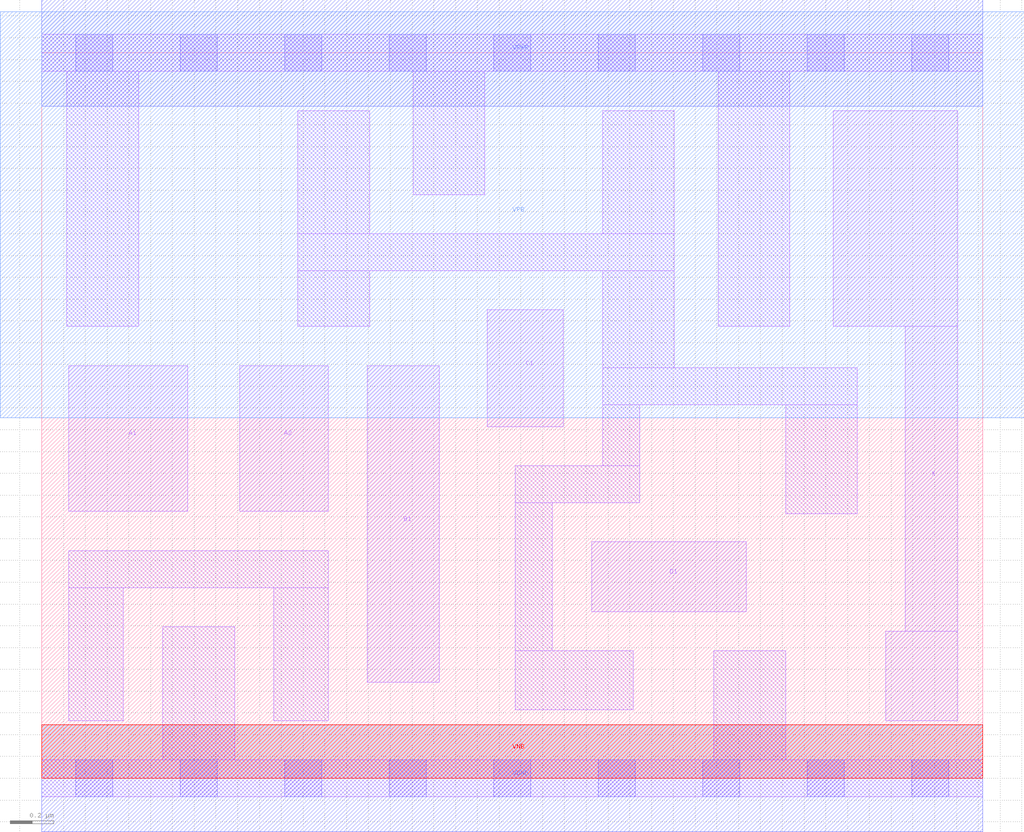
<source format=lef>
# Copyright 2020 The SkyWater PDK Authors
#
# Licensed under the Apache License, Version 2.0 (the "License");
# you may not use this file except in compliance with the License.
# You may obtain a copy of the License at
#
#     https://www.apache.org/licenses/LICENSE-2.0
#
# Unless required by applicable law or agreed to in writing, software
# distributed under the License is distributed on an "AS IS" BASIS,
# WITHOUT WARRANTIES OR CONDITIONS OF ANY KIND, either express or implied.
# See the License for the specific language governing permissions and
# limitations under the License.
#
# SPDX-License-Identifier: Apache-2.0

VERSION 5.7 ;
  NOWIREEXTENSIONATPIN ON ;
  DIVIDERCHAR "/" ;
  BUSBITCHARS "[]" ;
MACRO sky130_fd_sc_lp__o2111a_lp
  CLASS CORE ;
  FOREIGN sky130_fd_sc_lp__o2111a_lp ;
  ORIGIN  0.000000  0.000000 ;
  SIZE  4.320000 BY  3.330000 ;
  SYMMETRY X Y R90 ;
  SITE unit ;
  PIN A1
    ANTENNAGATEAREA  0.313000 ;
    DIRECTION INPUT ;
    USE SIGNAL ;
    PORT
      LAYER li1 ;
        RECT 0.125000 1.225000 0.670000 1.895000 ;
    END
  END A1
  PIN A2
    ANTENNAGATEAREA  0.313000 ;
    DIRECTION INPUT ;
    USE SIGNAL ;
    PORT
      LAYER li1 ;
        RECT 0.910000 1.225000 1.315000 1.895000 ;
    END
  END A2
  PIN B1
    ANTENNAGATEAREA  0.313000 ;
    DIRECTION INPUT ;
    USE SIGNAL ;
    PORT
      LAYER li1 ;
        RECT 1.495000 0.440000 1.825000 1.895000 ;
    END
  END B1
  PIN C1
    ANTENNAGATEAREA  0.313000 ;
    DIRECTION INPUT ;
    USE SIGNAL ;
    PORT
      LAYER li1 ;
        RECT 2.045000 1.615000 2.395000 2.150000 ;
    END
  END C1
  PIN D1
    ANTENNAGATEAREA  0.313000 ;
    DIRECTION INPUT ;
    USE SIGNAL ;
    PORT
      LAYER li1 ;
        RECT 2.525000 0.765000 3.235000 1.085000 ;
    END
  END D1
  PIN X
    ANTENNADIFFAREA  0.404700 ;
    DIRECTION OUTPUT ;
    USE SIGNAL ;
    PORT
      LAYER li1 ;
        RECT 3.635000 2.075000 4.205000 3.065000 ;
        RECT 3.875000 0.265000 4.205000 0.675000 ;
        RECT 3.965000 0.675000 4.205000 2.075000 ;
    END
  END X
  PIN VGND
    DIRECTION INOUT ;
    USE GROUND ;
    PORT
      LAYER met1 ;
        RECT 0.000000 -0.245000 4.320000 0.245000 ;
    END
  END VGND
  PIN VNB
    DIRECTION INOUT ;
    USE GROUND ;
    PORT
      LAYER pwell ;
        RECT 0.000000 0.000000 4.320000 0.245000 ;
    END
  END VNB
  PIN VPB
    DIRECTION INOUT ;
    USE POWER ;
    PORT
      LAYER nwell ;
        RECT -0.190000 1.655000 4.510000 3.520000 ;
    END
  END VPB
  PIN VPWR
    DIRECTION INOUT ;
    USE POWER ;
    PORT
      LAYER met1 ;
        RECT 0.000000 3.085000 4.320000 3.575000 ;
    END
  END VPWR
  OBS
    LAYER li1 ;
      RECT 0.000000 -0.085000 4.320000 0.085000 ;
      RECT 0.000000  3.245000 4.320000 3.415000 ;
      RECT 0.115000  2.075000 0.445000 3.245000 ;
      RECT 0.125000  0.265000 0.375000 0.875000 ;
      RECT 0.125000  0.875000 1.315000 1.045000 ;
      RECT 0.555000  0.085000 0.885000 0.695000 ;
      RECT 1.065000  0.265000 1.315000 0.875000 ;
      RECT 1.175000  2.075000 1.505000 2.330000 ;
      RECT 1.175000  2.330000 2.905000 2.500000 ;
      RECT 1.175000  2.500000 1.505000 3.065000 ;
      RECT 1.705000  2.680000 2.035000 3.245000 ;
      RECT 2.175000  0.315000 2.715000 0.585000 ;
      RECT 2.175000  0.585000 2.345000 1.265000 ;
      RECT 2.175000  1.265000 2.745000 1.435000 ;
      RECT 2.575000  1.435000 2.745000 1.715000 ;
      RECT 2.575000  1.715000 3.745000 1.885000 ;
      RECT 2.575000  1.885000 2.905000 2.330000 ;
      RECT 2.575000  2.500000 2.905000 3.065000 ;
      RECT 3.085000  0.085000 3.415000 0.585000 ;
      RECT 3.105000  2.075000 3.435000 3.245000 ;
      RECT 3.415000  1.215000 3.745000 1.715000 ;
    LAYER mcon ;
      RECT 0.155000 -0.085000 0.325000 0.085000 ;
      RECT 0.155000  3.245000 0.325000 3.415000 ;
      RECT 0.635000 -0.085000 0.805000 0.085000 ;
      RECT 0.635000  3.245000 0.805000 3.415000 ;
      RECT 1.115000 -0.085000 1.285000 0.085000 ;
      RECT 1.115000  3.245000 1.285000 3.415000 ;
      RECT 1.595000 -0.085000 1.765000 0.085000 ;
      RECT 1.595000  3.245000 1.765000 3.415000 ;
      RECT 2.075000 -0.085000 2.245000 0.085000 ;
      RECT 2.075000  3.245000 2.245000 3.415000 ;
      RECT 2.555000 -0.085000 2.725000 0.085000 ;
      RECT 2.555000  3.245000 2.725000 3.415000 ;
      RECT 3.035000 -0.085000 3.205000 0.085000 ;
      RECT 3.035000  3.245000 3.205000 3.415000 ;
      RECT 3.515000 -0.085000 3.685000 0.085000 ;
      RECT 3.515000  3.245000 3.685000 3.415000 ;
      RECT 3.995000 -0.085000 4.165000 0.085000 ;
      RECT 3.995000  3.245000 4.165000 3.415000 ;
  END
END sky130_fd_sc_lp__o2111a_lp
END LIBRARY

</source>
